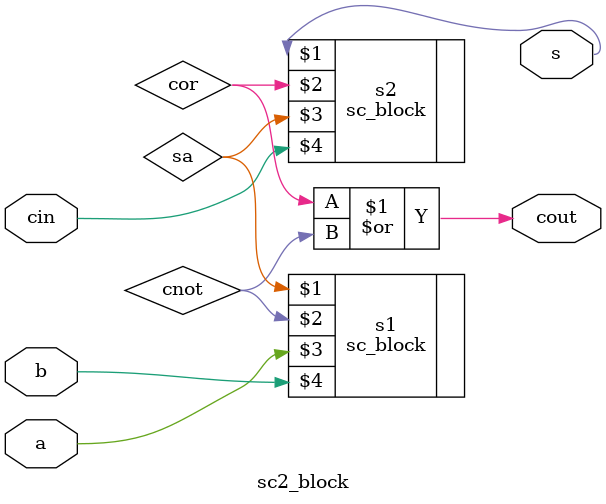
<source format=v>

module sc2_block(s, cout, a, b, cin);
  output s, cout;
  input a, b, cin;
  wire sa, cor, cnot;
  sc_block s1(sa, cnot, a, b);
  sc_block s2(s, cor, sa, cin);
  or o1(cout, cor, cnot);
endmodule // sc2_block

</source>
